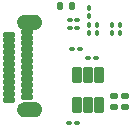
<source format=gbs>
G04 #@! TF.GenerationSoftware,KiCad,Pcbnew,8.0.9-8.0.9-0~ubuntu22.04.1*
G04 #@! TF.CreationDate,2025-06-17T20:00:39-06:00*
G04 #@! TF.ProjectId,dongle,646f6e67-6c65-42e6-9b69-6361645f7063,rev?*
G04 #@! TF.SameCoordinates,Original*
G04 #@! TF.FileFunction,Soldermask,Bot*
G04 #@! TF.FilePolarity,Negative*
%FSLAX46Y46*%
G04 Gerber Fmt 4.6, Leading zero omitted, Abs format (unit mm)*
G04 Created by KiCad (PCBNEW 8.0.9-8.0.9-0~ubuntu22.04.1) date 2025-06-17 20:00:39*
%MOMM*%
%LPD*%
G01*
G04 APERTURE LIST*
G04 Aperture macros list*
%AMRoundRect*
0 Rectangle with rounded corners*
0 $1 Rounding radius*
0 $2 $3 $4 $5 $6 $7 $8 $9 X,Y pos of 4 corners*
0 Add a 4 corners polygon primitive as box body*
4,1,4,$2,$3,$4,$5,$6,$7,$8,$9,$2,$3,0*
0 Add four circle primitives for the rounded corners*
1,1,$1+$1,$2,$3*
1,1,$1+$1,$4,$5*
1,1,$1+$1,$6,$7*
1,1,$1+$1,$8,$9*
0 Add four rect primitives between the rounded corners*
20,1,$1+$1,$2,$3,$4,$5,0*
20,1,$1+$1,$4,$5,$6,$7,0*
20,1,$1+$1,$6,$7,$8,$9,0*
20,1,$1+$1,$8,$9,$2,$3,0*%
G04 Aperture macros list end*
%ADD10C,0.010000*%
%ADD11RoundRect,0.102000X0.400000X-0.150000X0.400000X0.150000X-0.400000X0.150000X-0.400000X-0.150000X0*%
%ADD12RoundRect,0.100000X-0.130000X-0.100000X0.130000X-0.100000X0.130000X0.100000X-0.130000X0.100000X0*%
%ADD13RoundRect,0.100000X0.100000X-0.130000X0.100000X0.130000X-0.100000X0.130000X-0.100000X-0.130000X0*%
%ADD14RoundRect,0.140000X-0.140000X-0.170000X0.140000X-0.170000X0.140000X0.170000X-0.140000X0.170000X0*%
%ADD15RoundRect,0.100000X0.130000X0.100000X-0.130000X0.100000X-0.130000X-0.100000X0.130000X-0.100000X0*%
%ADD16RoundRect,0.140000X0.170000X-0.140000X0.170000X0.140000X-0.170000X0.140000X-0.170000X-0.140000X0*%
%ADD17RoundRect,0.099250X-0.297750X0.607750X-0.297750X-0.607750X0.297750X-0.607750X0.297750X0.607750X0*%
G04 APERTURE END LIST*
D10*
X143031000Y-90501000D02*
X143063000Y-90503000D01*
X143094000Y-90507000D01*
X143125000Y-90513000D01*
X143155000Y-90520000D01*
X143185000Y-90529000D01*
X143215000Y-90540000D01*
X143244000Y-90552000D01*
X143272000Y-90565000D01*
X143300000Y-90580000D01*
X143327000Y-90597000D01*
X143353000Y-90615000D01*
X143378000Y-90634000D01*
X143401000Y-90654000D01*
X143424000Y-90676000D01*
X143446000Y-90699000D01*
X143466000Y-90722000D01*
X143485000Y-90747000D01*
X143503000Y-90773000D01*
X143520000Y-90800000D01*
X143535000Y-90828000D01*
X143548000Y-90856000D01*
X143560000Y-90885000D01*
X143571000Y-90915000D01*
X143580000Y-90945000D01*
X143587000Y-90975000D01*
X143593000Y-91006000D01*
X143597000Y-91037000D01*
X143599000Y-91069000D01*
X143600000Y-91100000D01*
X143599000Y-91131000D01*
X143597000Y-91163000D01*
X143593000Y-91194000D01*
X143587000Y-91225000D01*
X143580000Y-91255000D01*
X143571000Y-91285000D01*
X143560000Y-91315000D01*
X143548000Y-91344000D01*
X143535000Y-91372000D01*
X143520000Y-91400000D01*
X143503000Y-91427000D01*
X143485000Y-91453000D01*
X143466000Y-91478000D01*
X143446000Y-91501000D01*
X143424000Y-91524000D01*
X143401000Y-91546000D01*
X143378000Y-91566000D01*
X143353000Y-91585000D01*
X143327000Y-91603000D01*
X143300000Y-91620000D01*
X143272000Y-91635000D01*
X143244000Y-91648000D01*
X143215000Y-91660000D01*
X143185000Y-91671000D01*
X143155000Y-91680000D01*
X143125000Y-91687000D01*
X143094000Y-91693000D01*
X143063000Y-91697000D01*
X143031000Y-91699000D01*
X143000000Y-91700000D01*
X142200000Y-91700000D01*
X142169000Y-91699000D01*
X142137000Y-91697000D01*
X142106000Y-91693000D01*
X142075000Y-91687000D01*
X142045000Y-91680000D01*
X142015000Y-91671000D01*
X141985000Y-91660000D01*
X141956000Y-91648000D01*
X141928000Y-91635000D01*
X141900000Y-91620000D01*
X141873000Y-91603000D01*
X141847000Y-91585000D01*
X141822000Y-91566000D01*
X141799000Y-91546000D01*
X141776000Y-91524000D01*
X141754000Y-91501000D01*
X141734000Y-91478000D01*
X141715000Y-91453000D01*
X141697000Y-91427000D01*
X141680000Y-91400000D01*
X141665000Y-91372000D01*
X141652000Y-91344000D01*
X141640000Y-91315000D01*
X141629000Y-91285000D01*
X141620000Y-91255000D01*
X141613000Y-91225000D01*
X141607000Y-91194000D01*
X141603000Y-91163000D01*
X141601000Y-91131000D01*
X141600000Y-91100000D01*
X141601000Y-91069000D01*
X141603000Y-91037000D01*
X141607000Y-91006000D01*
X141613000Y-90975000D01*
X141620000Y-90945000D01*
X141629000Y-90915000D01*
X141640000Y-90885000D01*
X141652000Y-90856000D01*
X141665000Y-90828000D01*
X141680000Y-90800000D01*
X141697000Y-90773000D01*
X141715000Y-90747000D01*
X141734000Y-90722000D01*
X141754000Y-90699000D01*
X141776000Y-90676000D01*
X141799000Y-90654000D01*
X141822000Y-90634000D01*
X141847000Y-90615000D01*
X141873000Y-90597000D01*
X141900000Y-90580000D01*
X141928000Y-90565000D01*
X141956000Y-90552000D01*
X141985000Y-90540000D01*
X142015000Y-90529000D01*
X142045000Y-90520000D01*
X142075000Y-90513000D01*
X142106000Y-90507000D01*
X142137000Y-90503000D01*
X142169000Y-90501000D01*
X142200000Y-90500000D01*
X143000000Y-90500000D01*
X143031000Y-90501000D01*
G36*
X143031000Y-90501000D02*
G01*
X143063000Y-90503000D01*
X143094000Y-90507000D01*
X143125000Y-90513000D01*
X143155000Y-90520000D01*
X143185000Y-90529000D01*
X143215000Y-90540000D01*
X143244000Y-90552000D01*
X143272000Y-90565000D01*
X143300000Y-90580000D01*
X143327000Y-90597000D01*
X143353000Y-90615000D01*
X143378000Y-90634000D01*
X143401000Y-90654000D01*
X143424000Y-90676000D01*
X143446000Y-90699000D01*
X143466000Y-90722000D01*
X143485000Y-90747000D01*
X143503000Y-90773000D01*
X143520000Y-90800000D01*
X143535000Y-90828000D01*
X143548000Y-90856000D01*
X143560000Y-90885000D01*
X143571000Y-90915000D01*
X143580000Y-90945000D01*
X143587000Y-90975000D01*
X143593000Y-91006000D01*
X143597000Y-91037000D01*
X143599000Y-91069000D01*
X143600000Y-91100000D01*
X143599000Y-91131000D01*
X143597000Y-91163000D01*
X143593000Y-91194000D01*
X143587000Y-91225000D01*
X143580000Y-91255000D01*
X143571000Y-91285000D01*
X143560000Y-91315000D01*
X143548000Y-91344000D01*
X143535000Y-91372000D01*
X143520000Y-91400000D01*
X143503000Y-91427000D01*
X143485000Y-91453000D01*
X143466000Y-91478000D01*
X143446000Y-91501000D01*
X143424000Y-91524000D01*
X143401000Y-91546000D01*
X143378000Y-91566000D01*
X143353000Y-91585000D01*
X143327000Y-91603000D01*
X143300000Y-91620000D01*
X143272000Y-91635000D01*
X143244000Y-91648000D01*
X143215000Y-91660000D01*
X143185000Y-91671000D01*
X143155000Y-91680000D01*
X143125000Y-91687000D01*
X143094000Y-91693000D01*
X143063000Y-91697000D01*
X143031000Y-91699000D01*
X143000000Y-91700000D01*
X142200000Y-91700000D01*
X142169000Y-91699000D01*
X142137000Y-91697000D01*
X142106000Y-91693000D01*
X142075000Y-91687000D01*
X142045000Y-91680000D01*
X142015000Y-91671000D01*
X141985000Y-91660000D01*
X141956000Y-91648000D01*
X141928000Y-91635000D01*
X141900000Y-91620000D01*
X141873000Y-91603000D01*
X141847000Y-91585000D01*
X141822000Y-91566000D01*
X141799000Y-91546000D01*
X141776000Y-91524000D01*
X141754000Y-91501000D01*
X141734000Y-91478000D01*
X141715000Y-91453000D01*
X141697000Y-91427000D01*
X141680000Y-91400000D01*
X141665000Y-91372000D01*
X141652000Y-91344000D01*
X141640000Y-91315000D01*
X141629000Y-91285000D01*
X141620000Y-91255000D01*
X141613000Y-91225000D01*
X141607000Y-91194000D01*
X141603000Y-91163000D01*
X141601000Y-91131000D01*
X141600000Y-91100000D01*
X141601000Y-91069000D01*
X141603000Y-91037000D01*
X141607000Y-91006000D01*
X141613000Y-90975000D01*
X141620000Y-90945000D01*
X141629000Y-90915000D01*
X141640000Y-90885000D01*
X141652000Y-90856000D01*
X141665000Y-90828000D01*
X141680000Y-90800000D01*
X141697000Y-90773000D01*
X141715000Y-90747000D01*
X141734000Y-90722000D01*
X141754000Y-90699000D01*
X141776000Y-90676000D01*
X141799000Y-90654000D01*
X141822000Y-90634000D01*
X141847000Y-90615000D01*
X141873000Y-90597000D01*
X141900000Y-90580000D01*
X141928000Y-90565000D01*
X141956000Y-90552000D01*
X141985000Y-90540000D01*
X142015000Y-90529000D01*
X142045000Y-90520000D01*
X142075000Y-90513000D01*
X142106000Y-90507000D01*
X142137000Y-90503000D01*
X142169000Y-90501000D01*
X142200000Y-90500000D01*
X143000000Y-90500000D01*
X143031000Y-90501000D01*
G37*
X143031000Y-97901000D02*
X143063000Y-97903000D01*
X143094000Y-97907000D01*
X143125000Y-97913000D01*
X143155000Y-97920000D01*
X143185000Y-97929000D01*
X143215000Y-97940000D01*
X143244000Y-97952000D01*
X143272000Y-97965000D01*
X143300000Y-97980000D01*
X143327000Y-97997000D01*
X143353000Y-98015000D01*
X143378000Y-98034000D01*
X143401000Y-98054000D01*
X143424000Y-98076000D01*
X143446000Y-98099000D01*
X143466000Y-98122000D01*
X143485000Y-98147000D01*
X143503000Y-98173000D01*
X143520000Y-98200000D01*
X143535000Y-98228000D01*
X143548000Y-98256000D01*
X143560000Y-98285000D01*
X143571000Y-98315000D01*
X143580000Y-98345000D01*
X143587000Y-98375000D01*
X143593000Y-98406000D01*
X143597000Y-98437000D01*
X143599000Y-98469000D01*
X143600000Y-98500000D01*
X143599000Y-98531000D01*
X143597000Y-98563000D01*
X143593000Y-98594000D01*
X143587000Y-98625000D01*
X143580000Y-98655000D01*
X143571000Y-98685000D01*
X143560000Y-98715000D01*
X143548000Y-98744000D01*
X143535000Y-98772000D01*
X143520000Y-98800000D01*
X143503000Y-98827000D01*
X143485000Y-98853000D01*
X143466000Y-98878000D01*
X143446000Y-98901000D01*
X143424000Y-98924000D01*
X143401000Y-98946000D01*
X143378000Y-98966000D01*
X143353000Y-98985000D01*
X143327000Y-99003000D01*
X143300000Y-99020000D01*
X143272000Y-99035000D01*
X143244000Y-99048000D01*
X143215000Y-99060000D01*
X143185000Y-99071000D01*
X143155000Y-99080000D01*
X143125000Y-99087000D01*
X143094000Y-99093000D01*
X143063000Y-99097000D01*
X143031000Y-99099000D01*
X143000000Y-99100000D01*
X142200000Y-99100000D01*
X142169000Y-99099000D01*
X142137000Y-99097000D01*
X142106000Y-99093000D01*
X142075000Y-99087000D01*
X142045000Y-99080000D01*
X142015000Y-99071000D01*
X141985000Y-99060000D01*
X141956000Y-99048000D01*
X141928000Y-99035000D01*
X141900000Y-99020000D01*
X141873000Y-99003000D01*
X141847000Y-98985000D01*
X141822000Y-98966000D01*
X141799000Y-98946000D01*
X141776000Y-98924000D01*
X141754000Y-98901000D01*
X141734000Y-98878000D01*
X141715000Y-98853000D01*
X141697000Y-98827000D01*
X141680000Y-98800000D01*
X141665000Y-98772000D01*
X141652000Y-98744000D01*
X141640000Y-98715000D01*
X141629000Y-98685000D01*
X141620000Y-98655000D01*
X141613000Y-98625000D01*
X141607000Y-98594000D01*
X141603000Y-98563000D01*
X141601000Y-98531000D01*
X141600000Y-98500000D01*
X141601000Y-98469000D01*
X141603000Y-98437000D01*
X141607000Y-98406000D01*
X141613000Y-98375000D01*
X141620000Y-98345000D01*
X141629000Y-98315000D01*
X141640000Y-98285000D01*
X141652000Y-98256000D01*
X141665000Y-98228000D01*
X141680000Y-98200000D01*
X141697000Y-98173000D01*
X141715000Y-98147000D01*
X141734000Y-98122000D01*
X141754000Y-98099000D01*
X141776000Y-98076000D01*
X141799000Y-98054000D01*
X141822000Y-98034000D01*
X141847000Y-98015000D01*
X141873000Y-97997000D01*
X141900000Y-97980000D01*
X141928000Y-97965000D01*
X141956000Y-97952000D01*
X141985000Y-97940000D01*
X142015000Y-97929000D01*
X142045000Y-97920000D01*
X142075000Y-97913000D01*
X142106000Y-97907000D01*
X142137000Y-97903000D01*
X142169000Y-97901000D01*
X142200000Y-97900000D01*
X143000000Y-97900000D01*
X143031000Y-97901000D01*
G36*
X143031000Y-97901000D02*
G01*
X143063000Y-97903000D01*
X143094000Y-97907000D01*
X143125000Y-97913000D01*
X143155000Y-97920000D01*
X143185000Y-97929000D01*
X143215000Y-97940000D01*
X143244000Y-97952000D01*
X143272000Y-97965000D01*
X143300000Y-97980000D01*
X143327000Y-97997000D01*
X143353000Y-98015000D01*
X143378000Y-98034000D01*
X143401000Y-98054000D01*
X143424000Y-98076000D01*
X143446000Y-98099000D01*
X143466000Y-98122000D01*
X143485000Y-98147000D01*
X143503000Y-98173000D01*
X143520000Y-98200000D01*
X143535000Y-98228000D01*
X143548000Y-98256000D01*
X143560000Y-98285000D01*
X143571000Y-98315000D01*
X143580000Y-98345000D01*
X143587000Y-98375000D01*
X143593000Y-98406000D01*
X143597000Y-98437000D01*
X143599000Y-98469000D01*
X143600000Y-98500000D01*
X143599000Y-98531000D01*
X143597000Y-98563000D01*
X143593000Y-98594000D01*
X143587000Y-98625000D01*
X143580000Y-98655000D01*
X143571000Y-98685000D01*
X143560000Y-98715000D01*
X143548000Y-98744000D01*
X143535000Y-98772000D01*
X143520000Y-98800000D01*
X143503000Y-98827000D01*
X143485000Y-98853000D01*
X143466000Y-98878000D01*
X143446000Y-98901000D01*
X143424000Y-98924000D01*
X143401000Y-98946000D01*
X143378000Y-98966000D01*
X143353000Y-98985000D01*
X143327000Y-99003000D01*
X143300000Y-99020000D01*
X143272000Y-99035000D01*
X143244000Y-99048000D01*
X143215000Y-99060000D01*
X143185000Y-99071000D01*
X143155000Y-99080000D01*
X143125000Y-99087000D01*
X143094000Y-99093000D01*
X143063000Y-99097000D01*
X143031000Y-99099000D01*
X143000000Y-99100000D01*
X142200000Y-99100000D01*
X142169000Y-99099000D01*
X142137000Y-99097000D01*
X142106000Y-99093000D01*
X142075000Y-99087000D01*
X142045000Y-99080000D01*
X142015000Y-99071000D01*
X141985000Y-99060000D01*
X141956000Y-99048000D01*
X141928000Y-99035000D01*
X141900000Y-99020000D01*
X141873000Y-99003000D01*
X141847000Y-98985000D01*
X141822000Y-98966000D01*
X141799000Y-98946000D01*
X141776000Y-98924000D01*
X141754000Y-98901000D01*
X141734000Y-98878000D01*
X141715000Y-98853000D01*
X141697000Y-98827000D01*
X141680000Y-98800000D01*
X141665000Y-98772000D01*
X141652000Y-98744000D01*
X141640000Y-98715000D01*
X141629000Y-98685000D01*
X141620000Y-98655000D01*
X141613000Y-98625000D01*
X141607000Y-98594000D01*
X141603000Y-98563000D01*
X141601000Y-98531000D01*
X141600000Y-98500000D01*
X141601000Y-98469000D01*
X141603000Y-98437000D01*
X141607000Y-98406000D01*
X141613000Y-98375000D01*
X141620000Y-98345000D01*
X141629000Y-98315000D01*
X141640000Y-98285000D01*
X141652000Y-98256000D01*
X141665000Y-98228000D01*
X141680000Y-98200000D01*
X141697000Y-98173000D01*
X141715000Y-98147000D01*
X141734000Y-98122000D01*
X141754000Y-98099000D01*
X141776000Y-98076000D01*
X141799000Y-98054000D01*
X141822000Y-98034000D01*
X141847000Y-98015000D01*
X141873000Y-97997000D01*
X141900000Y-97980000D01*
X141928000Y-97965000D01*
X141956000Y-97952000D01*
X141985000Y-97940000D01*
X142015000Y-97929000D01*
X142045000Y-97920000D01*
X142075000Y-97913000D01*
X142106000Y-97907000D01*
X142137000Y-97903000D01*
X142169000Y-97901000D01*
X142200000Y-97900000D01*
X143000000Y-97900000D01*
X143031000Y-97901000D01*
G37*
D11*
X142400000Y-91925000D03*
X142400000Y-92425000D03*
X142400000Y-92925000D03*
X142400000Y-93425000D03*
X142400000Y-93925000D03*
X142400000Y-94425000D03*
X142400000Y-94925000D03*
X142400000Y-95425000D03*
X142400000Y-95925000D03*
X142400000Y-96425000D03*
X142400000Y-96925000D03*
X142400000Y-97425000D03*
X140900000Y-97675000D03*
X140900000Y-97175000D03*
X140900000Y-96675000D03*
X140900000Y-96175000D03*
X140900000Y-95675000D03*
X140900000Y-95175000D03*
X140900000Y-94675000D03*
X140900000Y-94175000D03*
X140900000Y-93675000D03*
X140900000Y-93175000D03*
X140900000Y-92675000D03*
X140900000Y-92175000D03*
D12*
X146255002Y-93400003D03*
X146894998Y-93399997D03*
X147605002Y-94125003D03*
X148244998Y-94124997D03*
D13*
X150299998Y-92020000D03*
X150300002Y-91380000D03*
X147649998Y-92020000D03*
X147650002Y-91380000D03*
D14*
X145245001Y-89774999D03*
X146204999Y-89775001D03*
D13*
X148349998Y-92020000D03*
X148350002Y-91380000D03*
D15*
X146670000Y-90900000D03*
X146030000Y-90900000D03*
D16*
X150725000Y-98329999D03*
X150725000Y-97370001D03*
D13*
X149599997Y-92020000D03*
X149600003Y-91380000D03*
D15*
X146620000Y-99625000D03*
X145980000Y-99625000D03*
D13*
X147650000Y-90600000D03*
X147650004Y-89960000D03*
D17*
X146624999Y-95605004D03*
X147575004Y-95605001D03*
X148525000Y-95604996D03*
X148525001Y-98114996D03*
X147574996Y-98114999D03*
X146625000Y-98115004D03*
D12*
X146035004Y-91600006D03*
X146675000Y-91600000D03*
D16*
X149800001Y-98329999D03*
X149799999Y-97370001D03*
M02*

</source>
